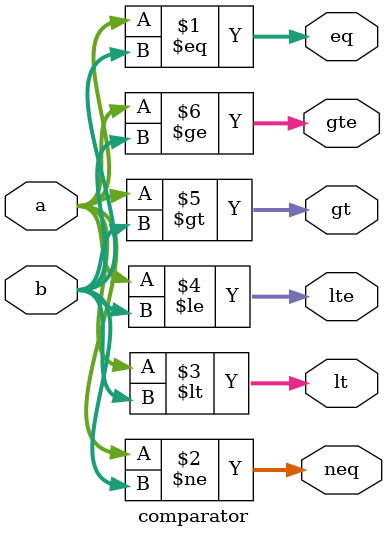
<source format=sv>
module comparator #(parameter N = 8) (
    input logic [N-1:0] a, b,
    output logic [N-1:0] eq, neq, lt, lte, gt, gte
);


// we get the information of the following boolean comparisons: 
// equal (eq), not equal (neq)
// lesser than (lt), lesser than or equal (lte)
// greater than (gt), greater than or equal (gte)

assign eq = (a == b);
assign neq = (a != b);
assign lt = (a < b);
assign lte = (a <= b);
assign gt = (a > b); 
assign gte = (a >= b);

    
endmodule

</source>
